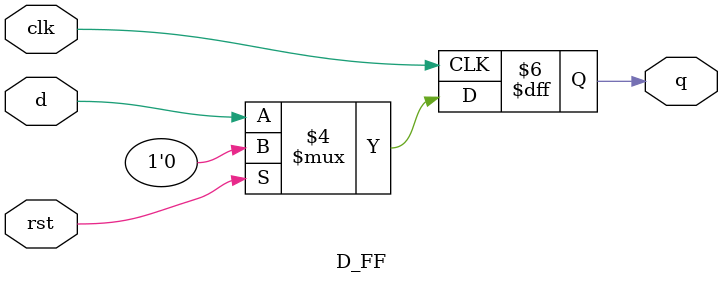
<source format=v>
module D_FF(d,clk,q,rst);
	input d,clk,rst;
	output reg q;
	
	always @(posedge(clk))
		if (rst == 1'b1)
			q <= 1'b0;
		else
			q <= d;
endmodule

</source>
